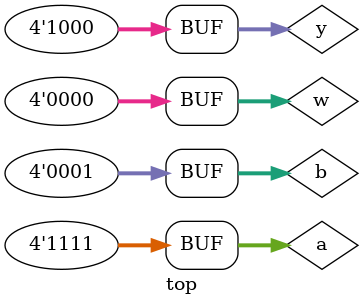
<source format=sv>
module top;
    wire [3:0] a, b, w, x, y, z;
    assign a = 4'b1111;
    assign b = 4'b0001;

    // loses upper bit
    assign w = (a + b) >> 1;

    // preserves upper bit via implicit extension
    assign y = (0 + a + b) >> 1;
    assign y = (a + b + 0) >> 1;

    // preserves upper bit via "casting"
    wire [4:0] tmp;
    assign tmp = x + b;
    assign z = tmp >> 1;
endmodule

</source>
